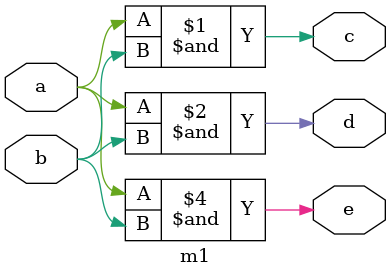
<source format=v>
module m1(a,b,c,d,e);
  
  input wire a,b;
  
  output reg c,e;
  
  output wire d;
  
  
  and X1(c,a,b);   
  
  assign d = a&b;  
  
      always @ (a,b)  
     begin
       
       e= a&b;
      
    end
  
endmodule
  
</source>
